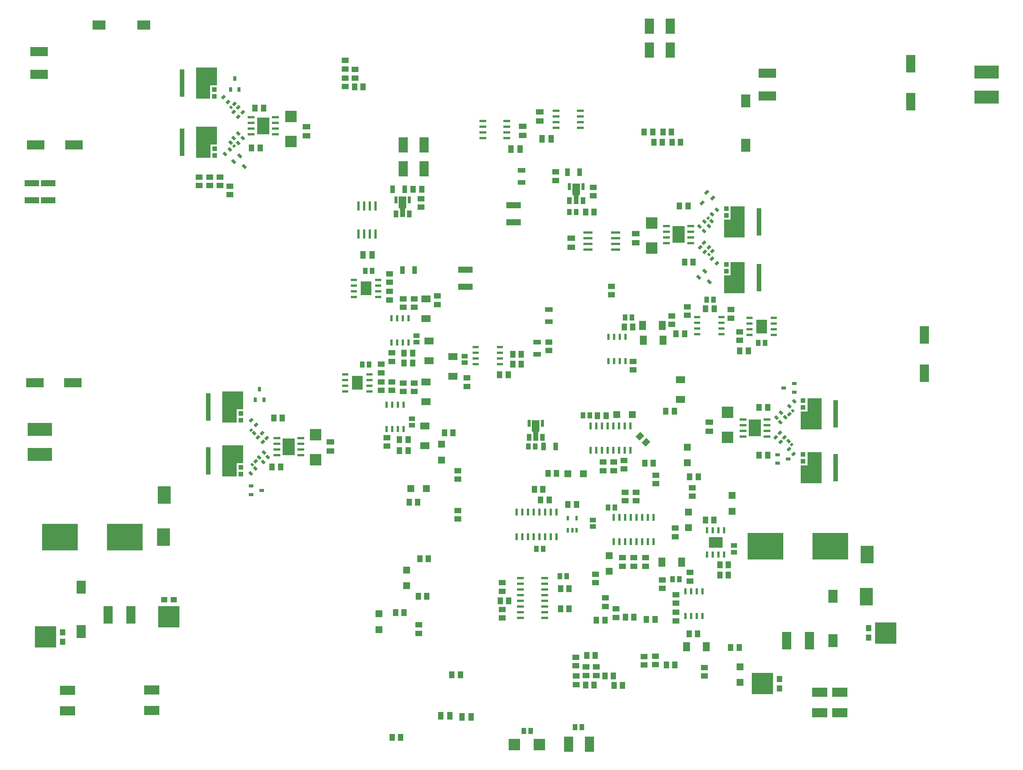
<source format=gtp>
G04 Layer_Color=8421504*
%FSLAX25Y25*%
%MOIN*%
G70*
G01*
G75*
%ADD10R,0.05118X0.05905*%
G04:AMPARAMS|DCode=11|XSize=51.18mil|YSize=59.05mil|CornerRadius=0mil|HoleSize=0mil|Usage=FLASHONLY|Rotation=135.000|XOffset=0mil|YOffset=0mil|HoleType=Round|Shape=Rectangle|*
%AMROTATEDRECTD11*
4,1,4,0.03897,0.00278,-0.00278,-0.03897,-0.03897,-0.00278,0.00278,0.03897,0.03897,0.00278,0.0*
%
%ADD11ROTATEDRECTD11*%

%ADD12R,0.05905X0.05118*%
%ADD13R,0.05905X0.05905*%
%ADD14R,0.04331X0.05512*%
%ADD15R,0.02362X0.06102*%
%ADD16R,0.05905X0.05905*%
%ADD17R,0.05512X0.04331*%
%ADD18R,0.02362X0.03937*%
%ADD19R,0.07874X0.06299*%
%ADD20R,0.05709X0.02362*%
%ADD21R,0.06693X0.04331*%
%ADD22R,0.02362X0.05709*%
%ADD23R,0.06299X0.07874*%
%ADD24R,0.09567X0.12480*%
%ADD25R,0.12480X0.09567*%
%ADD26R,0.12992X0.05512*%
%ADD27R,0.15748X0.07874*%
%ADD28R,0.07874X0.13386*%
%ADD29R,0.13386X0.07874*%
G04:AMPARAMS|DCode=30|XSize=35.43mil|YSize=27.56mil|CornerRadius=0mil|HoleSize=0mil|Usage=FLASHONLY|Rotation=45.000|XOffset=0mil|YOffset=0mil|HoleType=Round|Shape=Rectangle|*
%AMROTATEDRECTD30*
4,1,4,-0.00278,-0.02227,-0.02227,-0.00278,0.00278,0.02227,0.02227,0.00278,-0.00278,-0.02227,0.0*
%
%ADD30ROTATEDRECTD30*%

G04:AMPARAMS|DCode=31|XSize=37.4mil|YSize=27.56mil|CornerRadius=0mil|HoleSize=0mil|Usage=FLASHONLY|Rotation=225.000|XOffset=0mil|YOffset=0mil|HoleType=Round|Shape=Rectangle|*
%AMROTATEDRECTD31*
4,1,4,0.00348,0.02297,0.02297,0.00348,-0.00348,-0.02297,-0.02297,-0.00348,0.00348,0.02297,0.0*
%
%ADD31ROTATEDRECTD31*%

G04:AMPARAMS|DCode=32|XSize=21.65mil|YSize=27.56mil|CornerRadius=0mil|HoleSize=0mil|Usage=FLASHONLY|Rotation=225.000|XOffset=0mil|YOffset=0mil|HoleType=Round|Shape=Rectangle|*
%AMROTATEDRECTD32*
4,1,4,-0.00209,0.01740,0.01740,-0.00209,0.00209,-0.01740,-0.01740,0.00209,-0.00209,0.01740,0.0*
%
%ADD32ROTATEDRECTD32*%

%ADD33R,0.06693X0.05118*%
%ADD34R,0.05118X0.06693*%
%ADD35R,0.09842X0.09842*%
G04:AMPARAMS|DCode=36|XSize=35.43mil|YSize=27.56mil|CornerRadius=0mil|HoleSize=0mil|Usage=FLASHONLY|Rotation=315.000|XOffset=0mil|YOffset=0mil|HoleType=Round|Shape=Rectangle|*
%AMROTATEDRECTD36*
4,1,4,-0.02227,0.00278,-0.00278,0.02227,0.02227,-0.00278,0.00278,-0.02227,-0.02227,0.00278,0.0*
%
%ADD36ROTATEDRECTD36*%

%ADD37R,0.04331X0.06693*%
%ADD38R,0.05512X0.05000*%
%ADD39R,0.18898X0.18583*%
%ADD40R,0.05000X0.05512*%
%ADD41R,0.18583X0.18898*%
G04:AMPARAMS|DCode=42|XSize=37.4mil|YSize=27.56mil|CornerRadius=0mil|HoleSize=0mil|Usage=FLASHONLY|Rotation=135.000|XOffset=0mil|YOffset=0mil|HoleType=Round|Shape=Rectangle|*
%AMROTATEDRECTD42*
4,1,4,0.02297,-0.00348,0.00348,-0.02297,-0.02297,0.00348,-0.00348,0.02297,0.02297,-0.00348,0.0*
%
%ADD42ROTATEDRECTD42*%

G04:AMPARAMS|DCode=43|XSize=21.65mil|YSize=27.56mil|CornerRadius=0mil|HoleSize=0mil|Usage=FLASHONLY|Rotation=135.000|XOffset=0mil|YOffset=0mil|HoleType=Round|Shape=Rectangle|*
%AMROTATEDRECTD43*
4,1,4,0.01740,0.00209,-0.00209,-0.01740,-0.01740,-0.00209,0.00209,0.01740,0.01740,0.00209,0.0*
%
%ADD43ROTATEDRECTD43*%

%ADD44R,0.06102X0.02362*%
%ADD45R,0.10787X0.14961*%
%ADD46R,0.07874X0.11811*%
%ADD47R,0.11811X0.07874*%
%ADD48R,0.03937X0.05905*%
%ADD49R,0.02756X0.05905*%
%ADD50R,0.31496X0.23622*%
%ADD51R,0.07874X0.15748*%
%ADD52R,0.11811X0.15748*%
%ADD53R,0.21654X0.11811*%
%ADD54R,0.09842X0.09842*%
%ADD55R,0.04331X0.04331*%
%ADD56R,0.04331X0.24016*%
%ADD57R,0.06102X0.02362*%
%ADD58R,0.02559X0.03937*%
%ADD59R,0.03937X0.02559*%
G04:AMPARAMS|DCode=60|XSize=25.59mil|YSize=39.37mil|CornerRadius=0mil|HoleSize=0mil|Usage=FLASHONLY|Rotation=45.000|XOffset=0mil|YOffset=0mil|HoleType=Round|Shape=Rectangle|*
%AMROTATEDRECTD60*
4,1,4,0.00487,-0.02297,-0.02297,0.00487,-0.00487,0.02297,0.02297,-0.00487,0.00487,-0.02297,0.0*
%
%ADD60ROTATEDRECTD60*%

%ADD61R,0.01968X0.07874*%
G04:AMPARAMS|DCode=62|XSize=25.59mil|YSize=39.37mil|CornerRadius=0mil|HoleSize=0mil|Usage=FLASHONLY|Rotation=315.000|XOffset=0mil|YOffset=0mil|HoleType=Round|Shape=Rectangle|*
%AMROTATEDRECTD62*
4,1,4,-0.02297,-0.00487,0.00487,0.02297,0.02297,0.00487,-0.00487,-0.02297,-0.02297,-0.00487,0.0*
%
%ADD62ROTATEDRECTD62*%

%ADD63R,0.07874X0.01968*%
G36*
X1525728Y2769433D02*
X1519823D01*
Y2757622D01*
X1507421D01*
Y2784984D01*
X1525728D01*
Y2769433D01*
D02*
G37*
G36*
X1525839Y2717433D02*
X1519933D01*
Y2705622D01*
X1507532D01*
Y2732984D01*
X1525839D01*
Y2717433D01*
D02*
G37*
G36*
X1844748Y2673532D02*
X1843468Y2672252D01*
Y2665067D01*
X1839335D01*
X1839335Y2672252D01*
X1838055Y2673532D01*
Y2683177D01*
X1844748D01*
Y2673532D01*
D02*
G37*
G36*
X1692248Y2662032D02*
X1690969Y2660752D01*
Y2653567D01*
X1686835D01*
X1686835Y2660752D01*
X1685555Y2662032D01*
Y2671677D01*
X1692248D01*
Y2662032D01*
D02*
G37*
G36*
X1989579Y2635819D02*
X1971272D01*
Y2651370D01*
X1977177D01*
Y2663181D01*
X1989579D01*
Y2635819D01*
D02*
G37*
G36*
Y2586819D02*
X1971272D01*
Y2602370D01*
X1977177D01*
Y2614181D01*
X1989579D01*
Y2586819D01*
D02*
G37*
G36*
X1548839Y2484720D02*
X1542933D01*
Y2472909D01*
X1530532D01*
Y2500272D01*
X1548839D01*
Y2484720D01*
D02*
G37*
G36*
X2057079Y2467016D02*
X2038772D01*
Y2482567D01*
X2044677D01*
Y2494378D01*
X2057079D01*
Y2467016D01*
D02*
G37*
G36*
X1809248Y2465532D02*
X1807969Y2464252D01*
Y2457067D01*
X1803835D01*
X1803835Y2464252D01*
X1802555Y2465532D01*
Y2475177D01*
X1809248D01*
Y2465532D01*
D02*
G37*
G36*
X1548839Y2437433D02*
X1542933D01*
Y2425622D01*
X1530532D01*
Y2452984D01*
X1548839D01*
Y2437433D01*
D02*
G37*
G36*
X2057079Y2419819D02*
X2038772D01*
Y2435370D01*
X2044677D01*
Y2447181D01*
X2057079D01*
Y2419819D01*
D02*
G37*
D10*
X1977260Y2275500D02*
D03*
X1984740D02*
D03*
X1860260Y2479000D02*
D03*
X1867740D02*
D03*
X1816760Y2428500D02*
D03*
X1824240D02*
D03*
X1901760Y2437500D02*
D03*
X1909240D02*
D03*
X1948740Y2425500D02*
D03*
X1941260D02*
D03*
X1955020Y2387500D02*
D03*
X1962500D02*
D03*
X1694760Y2403000D02*
D03*
X1702240D02*
D03*
X1702760Y2320500D02*
D03*
X1710240D02*
D03*
X1690240Y2306000D02*
D03*
X1682760D02*
D03*
X1835240Y2327000D02*
D03*
X1827760D02*
D03*
X1835240Y2309500D02*
D03*
X1827760D02*
D03*
X1782240Y2316500D02*
D03*
X1774760D02*
D03*
X1841740Y2401000D02*
D03*
X1834260D02*
D03*
X1804760Y2414500D02*
D03*
X1812240D02*
D03*
X1810260Y2405000D02*
D03*
X1817740D02*
D03*
X1882240Y2242000D02*
D03*
X1874760D02*
D03*
X1774260Y2515000D02*
D03*
X1781740D02*
D03*
X1785760Y2524500D02*
D03*
X1793240D02*
D03*
X1785760Y2533000D02*
D03*
X1793240D02*
D03*
X1654240Y2768000D02*
D03*
X1646760D02*
D03*
X1927740Y2483000D02*
D03*
X1920260D02*
D03*
X1883760Y2557000D02*
D03*
X1891240D02*
D03*
X1901260Y2728500D02*
D03*
X1908740D02*
D03*
X1909760Y2719500D02*
D03*
X1917240D02*
D03*
X1917760Y2728500D02*
D03*
X1925240D02*
D03*
X1925760Y2719500D02*
D03*
X1933240D02*
D03*
X1929260Y2551000D02*
D03*
X1936740D02*
D03*
X1955260Y2573000D02*
D03*
X1962740D02*
D03*
X1992740Y2536000D02*
D03*
X1985260D02*
D03*
X1940760Y2287500D02*
D03*
X1948240D02*
D03*
X1975240Y2339000D02*
D03*
X1967760D02*
D03*
X1967760Y2348000D02*
D03*
X1975240D02*
D03*
X1874240Y2250500D02*
D03*
X1866760D02*
D03*
X1858240Y2268500D02*
D03*
X1850760D02*
D03*
X1936638Y2614000D02*
D03*
X1944118D02*
D03*
X1566652Y2749412D02*
D03*
X1559172D02*
D03*
X1556260Y2714500D02*
D03*
X1563740D02*
D03*
X1892240Y2302000D02*
D03*
X1884760D02*
D03*
X2002260Y2486500D02*
D03*
X2009740D02*
D03*
X1581740Y2434000D02*
D03*
X1574260D02*
D03*
X1583240Y2477000D02*
D03*
X1575760D02*
D03*
X1932138Y2663500D02*
D03*
X1939618D02*
D03*
X2002260Y2444500D02*
D03*
X2009740D02*
D03*
X1711480Y2353500D02*
D03*
X1704000D02*
D03*
X1725760Y2464000D02*
D03*
X1733240D02*
D03*
X1679760Y2196500D02*
D03*
X1687240D02*
D03*
X1739740Y2251500D02*
D03*
X1732260D02*
D03*
X1698260Y2678000D02*
D03*
X1705740D02*
D03*
X1857240Y2658000D02*
D03*
X1849760D02*
D03*
X1857240Y2242500D02*
D03*
X1849760D02*
D03*
X1903260Y2300000D02*
D03*
X1910740D02*
D03*
X1928240Y2260000D02*
D03*
X1920760D02*
D03*
X1866740Y2299500D02*
D03*
X1859260D02*
D03*
X1693740Y2458000D02*
D03*
X1686260D02*
D03*
X1693740Y2448500D02*
D03*
X1686260D02*
D03*
X1697740Y2534000D02*
D03*
X1690260D02*
D03*
X1697740Y2525500D02*
D03*
X1690260D02*
D03*
D11*
X1902645Y2455855D02*
D03*
X1897355Y2461145D02*
D03*
D12*
X1719500Y2576760D02*
D03*
Y2584240D02*
D03*
X1865000Y2438240D02*
D03*
Y2430760D02*
D03*
X1883500Y2439740D02*
D03*
Y2432260D02*
D03*
X1874500Y2438240D02*
D03*
Y2430760D02*
D03*
X1911500Y2426740D02*
D03*
Y2419260D02*
D03*
X1894000Y2411740D02*
D03*
Y2404260D02*
D03*
X1858500Y2332260D02*
D03*
Y2339740D02*
D03*
X1954000Y2250260D02*
D03*
Y2257740D02*
D03*
X1884500Y2411740D02*
D03*
Y2404260D02*
D03*
X1892000Y2354240D02*
D03*
Y2346760D02*
D03*
X1902500Y2354240D02*
D03*
Y2346760D02*
D03*
X1882000Y2354240D02*
D03*
Y2346760D02*
D03*
X1737500Y2395740D02*
D03*
Y2388260D02*
D03*
Y2430740D02*
D03*
Y2423260D02*
D03*
X1703000Y2287760D02*
D03*
Y2295240D02*
D03*
X1776500Y2324760D02*
D03*
Y2332240D02*
D03*
Y2308740D02*
D03*
Y2301260D02*
D03*
X1943500Y2415740D02*
D03*
Y2408260D02*
D03*
X1928500Y2380240D02*
D03*
Y2372760D02*
D03*
X1745500Y2504760D02*
D03*
Y2512240D02*
D03*
X1817500Y2536260D02*
D03*
Y2543740D02*
D03*
X1528500Y2681260D02*
D03*
Y2688740D02*
D03*
X1519500Y2688740D02*
D03*
Y2681260D02*
D03*
X1510000Y2681260D02*
D03*
Y2688740D02*
D03*
X1647000Y2775760D02*
D03*
Y2783240D02*
D03*
X1638500Y2768260D02*
D03*
Y2775740D02*
D03*
Y2783760D02*
D03*
Y2791240D02*
D03*
X1891500Y2519260D02*
D03*
Y2526740D02*
D03*
X1872500Y2585260D02*
D03*
Y2592740D02*
D03*
X1925500Y2559260D02*
D03*
Y2566740D02*
D03*
X1977500Y2572240D02*
D03*
Y2564760D02*
D03*
X1939000Y2567260D02*
D03*
Y2574740D02*
D03*
X1985000Y2552740D02*
D03*
Y2545260D02*
D03*
X1917000Y2334740D02*
D03*
Y2327260D02*
D03*
X1929000Y2298760D02*
D03*
Y2306240D02*
D03*
X1941500Y2341240D02*
D03*
Y2333760D02*
D03*
X1929000Y2314260D02*
D03*
Y2321740D02*
D03*
X1823500Y2685760D02*
D03*
Y2693240D02*
D03*
X1859000Y2250760D02*
D03*
Y2258240D02*
D03*
X1841000Y2259260D02*
D03*
Y2266740D02*
D03*
X1876500Y2309240D02*
D03*
Y2301760D02*
D03*
X1537000Y2673260D02*
D03*
Y2680740D02*
D03*
X1705000Y2669740D02*
D03*
Y2662260D02*
D03*
X1856500Y2672260D02*
D03*
Y2679740D02*
D03*
X1841500Y2242760D02*
D03*
Y2250240D02*
D03*
X1850000Y2250760D02*
D03*
Y2258240D02*
D03*
X1901000Y2260000D02*
D03*
Y2267480D02*
D03*
X1911000Y2260260D02*
D03*
Y2267740D02*
D03*
X1867000Y2318980D02*
D03*
Y2311500D02*
D03*
X1670000Y2516760D02*
D03*
Y2524240D02*
D03*
Y2501260D02*
D03*
Y2508740D02*
D03*
X1689500Y2500260D02*
D03*
Y2507740D02*
D03*
X1675000Y2459740D02*
D03*
Y2452260D02*
D03*
X1699000Y2507740D02*
D03*
Y2500260D02*
D03*
X1679500Y2501260D02*
D03*
Y2508740D02*
D03*
X1677500Y2596260D02*
D03*
Y2603740D02*
D03*
Y2580760D02*
D03*
Y2588240D02*
D03*
X1699000Y2581740D02*
D03*
Y2574260D02*
D03*
X1689500Y2574260D02*
D03*
Y2581740D02*
D03*
X1679500Y2534240D02*
D03*
Y2526760D02*
D03*
D13*
X1847890Y2428000D02*
D03*
X1834110D02*
D03*
X1709890Y2415000D02*
D03*
X1696110D02*
D03*
X1890890Y2480000D02*
D03*
X1877110D02*
D03*
D14*
X1853453Y2479500D02*
D03*
X1847547D02*
D03*
X1875453Y2398500D02*
D03*
X1869547D02*
D03*
X1812453Y2362000D02*
D03*
X1806547D02*
D03*
X1890453Y2565500D02*
D03*
X1884547D02*
D03*
X1961953Y2581000D02*
D03*
X1956047D02*
D03*
X2001547Y2543000D02*
D03*
X2007453D02*
D03*
X1926047Y2335500D02*
D03*
X1931953D02*
D03*
X1835547Y2658000D02*
D03*
X1841453D02*
D03*
X1795547Y2202000D02*
D03*
X1801453D02*
D03*
X1805453Y2452000D02*
D03*
X1799547D02*
D03*
X1840547Y2205500D02*
D03*
X1846453D02*
D03*
X1827047Y2338000D02*
D03*
X1832953D02*
D03*
X1659453Y2524000D02*
D03*
X1653547D02*
D03*
X1661953Y2606500D02*
D03*
X1656047D02*
D03*
D15*
X1854000Y2448543D02*
D03*
X1859000D02*
D03*
X1864000D02*
D03*
X1869000D02*
D03*
X1874000D02*
D03*
X1879000D02*
D03*
X1884000D02*
D03*
X1889000D02*
D03*
X1854000Y2470000D02*
D03*
X1859000D02*
D03*
X1864000D02*
D03*
X1869000D02*
D03*
X1874000D02*
D03*
X1879000D02*
D03*
X1884000D02*
D03*
X1889000D02*
D03*
X1874500Y2368272D02*
D03*
X1879500D02*
D03*
X1884500D02*
D03*
X1889500D02*
D03*
X1894500D02*
D03*
X1899500D02*
D03*
X1904500D02*
D03*
X1909500D02*
D03*
X1874500Y2389728D02*
D03*
X1879500D02*
D03*
X1884500D02*
D03*
X1889500D02*
D03*
X1894500D02*
D03*
X1899500D02*
D03*
X1904500D02*
D03*
X1909500D02*
D03*
X1824000Y2394228D02*
D03*
X1819000D02*
D03*
X1814000D02*
D03*
X1809000D02*
D03*
X1804000D02*
D03*
X1799000D02*
D03*
X1794000D02*
D03*
X1789000D02*
D03*
X1824000Y2372772D02*
D03*
X1819000D02*
D03*
X1814000D02*
D03*
X1809000D02*
D03*
X1804000D02*
D03*
X1799000D02*
D03*
X1794000D02*
D03*
X1789000D02*
D03*
D16*
X1939000Y2437610D02*
D03*
Y2451390D02*
D03*
X1978500Y2408890D02*
D03*
Y2395110D02*
D03*
X1870500Y2356000D02*
D03*
Y2342220D02*
D03*
X1985500Y2244610D02*
D03*
Y2258390D02*
D03*
X1723000Y2440110D02*
D03*
Y2453890D02*
D03*
X1692500Y2329610D02*
D03*
Y2343390D02*
D03*
X1668000Y2291110D02*
D03*
Y2304890D02*
D03*
X1940000Y2380610D02*
D03*
Y2394390D02*
D03*
D17*
X1856000Y2387453D02*
D03*
Y2381547D02*
D03*
X1743500Y2525547D02*
D03*
Y2531453D02*
D03*
X1980000Y2359047D02*
D03*
Y2364953D02*
D03*
X1697000Y2470547D02*
D03*
Y2476453D02*
D03*
X1701000Y2543547D02*
D03*
Y2549453D02*
D03*
D18*
X1834260Y2378288D02*
D03*
X1838000D02*
D03*
X1841740D02*
D03*
Y2389115D02*
D03*
X1834260D02*
D03*
D19*
X1733000Y2513839D02*
D03*
Y2531161D02*
D03*
X1933000Y2493339D02*
D03*
Y2510661D02*
D03*
X1708500Y2452677D02*
D03*
Y2470000D02*
D03*
X1709500Y2581661D02*
D03*
Y2564339D02*
D03*
Y2508661D02*
D03*
Y2491339D02*
D03*
X1712000Y2527339D02*
D03*
Y2544661D02*
D03*
D20*
X1753043Y2539500D02*
D03*
Y2534500D02*
D03*
Y2529500D02*
D03*
Y2524500D02*
D03*
X1774500Y2539500D02*
D03*
Y2534500D02*
D03*
Y2529500D02*
D03*
Y2524500D02*
D03*
X1969130Y2550598D02*
D03*
Y2555598D02*
D03*
Y2560598D02*
D03*
Y2565598D02*
D03*
X1947673Y2550598D02*
D03*
Y2555598D02*
D03*
Y2560598D02*
D03*
Y2565598D02*
D03*
X2015228Y2550000D02*
D03*
Y2555000D02*
D03*
Y2560000D02*
D03*
Y2565000D02*
D03*
X1993772Y2550000D02*
D03*
Y2555000D02*
D03*
Y2560000D02*
D03*
Y2565000D02*
D03*
X1638272Y2515500D02*
D03*
Y2510500D02*
D03*
Y2505500D02*
D03*
Y2500500D02*
D03*
X1659728Y2515500D02*
D03*
Y2510500D02*
D03*
Y2505500D02*
D03*
Y2500500D02*
D03*
X1646043Y2598500D02*
D03*
Y2593500D02*
D03*
Y2588500D02*
D03*
Y2583500D02*
D03*
X1667500Y2598500D02*
D03*
Y2593500D02*
D03*
Y2588500D02*
D03*
Y2583500D02*
D03*
D21*
X1817500Y2561685D02*
D03*
Y2572315D02*
D03*
X1807000Y2533185D02*
D03*
Y2543815D02*
D03*
X1793500Y2684185D02*
D03*
Y2694815D02*
D03*
D22*
X1869598Y2526870D02*
D03*
X1874598D02*
D03*
X1879598D02*
D03*
X1884598D02*
D03*
X1869598Y2548327D02*
D03*
X1874598D02*
D03*
X1879598D02*
D03*
X1884598D02*
D03*
X1952402Y2324630D02*
D03*
X1947402D02*
D03*
X1942402D02*
D03*
X1937402D02*
D03*
X1952402Y2303173D02*
D03*
X1947402D02*
D03*
X1942402D02*
D03*
X1937402D02*
D03*
X1971500Y2378500D02*
D03*
X1966500D02*
D03*
X1961500D02*
D03*
X1956500D02*
D03*
X1971500Y2357043D02*
D03*
X1966500D02*
D03*
X1961500D02*
D03*
X1956500D02*
D03*
X1674598Y2467370D02*
D03*
X1679598D02*
D03*
X1684598D02*
D03*
X1689598D02*
D03*
X1674598Y2488827D02*
D03*
X1679598D02*
D03*
X1684598D02*
D03*
X1689598D02*
D03*
X1679098Y2543370D02*
D03*
X1684098D02*
D03*
X1689098D02*
D03*
X1694098D02*
D03*
X1679098Y2564827D02*
D03*
X1684098D02*
D03*
X1689098D02*
D03*
X1694098D02*
D03*
D23*
X1917661Y2545500D02*
D03*
X1900339D02*
D03*
X1917161Y2558500D02*
D03*
X1899839D02*
D03*
X1916839Y2350500D02*
D03*
X1934161D02*
D03*
X1938339Y2276000D02*
D03*
X1955661D02*
D03*
D24*
X2004500Y2557500D02*
D03*
X1649000Y2508000D02*
D03*
X1656772Y2591000D02*
D03*
D25*
X1964000Y2367772D02*
D03*
D26*
X1744000Y2607480D02*
D03*
Y2592520D02*
D03*
X1377500Y2683480D02*
D03*
Y2668520D02*
D03*
X1363000Y2683480D02*
D03*
Y2668520D02*
D03*
X1786500Y2649020D02*
D03*
Y2663980D02*
D03*
D27*
X1369500Y2799000D02*
D03*
Y2779000D02*
D03*
X1366500Y2717000D02*
D03*
X1400000D02*
D03*
X1399200Y2508000D02*
D03*
X1365700D02*
D03*
X2009500Y2760000D02*
D03*
Y2780000D02*
D03*
D28*
X1852958Y2190500D02*
D03*
X1834848D02*
D03*
X1905848Y2821500D02*
D03*
X1923958D02*
D03*
X1905848Y2800500D02*
D03*
X1923958D02*
D03*
X1707652Y2696000D02*
D03*
X1689542D02*
D03*
X1707652Y2717000D02*
D03*
X1689542D02*
D03*
D29*
X2055500Y2236152D02*
D03*
Y2218042D02*
D03*
X2073000Y2236152D02*
D03*
Y2218042D02*
D03*
X1394500Y2237652D02*
D03*
Y2219542D02*
D03*
X1468500Y2238152D02*
D03*
Y2220042D02*
D03*
D30*
X1953790Y2631088D02*
D03*
X1957966Y2626912D02*
D03*
X1950290Y2627088D02*
D03*
X1954466Y2622912D02*
D03*
X1960790Y2617088D02*
D03*
X1964966Y2612912D02*
D03*
X1535500Y2754824D02*
D03*
X1531324Y2759000D02*
D03*
X1544500Y2741824D02*
D03*
X1540324Y2746000D02*
D03*
X1548500Y2745824D02*
D03*
X1544324Y2750000D02*
D03*
X1569588Y2459412D02*
D03*
X1565412Y2463588D02*
D03*
X2016912Y2460088D02*
D03*
X2021088Y2455912D02*
D03*
X2032588Y2445412D02*
D03*
X2028412Y2449588D02*
D03*
X2024588Y2459912D02*
D03*
X2020412Y2464088D02*
D03*
X1555912Y2475088D02*
D03*
X1560088Y2470912D02*
D03*
X1566088Y2455912D02*
D03*
X1561912Y2460088D02*
D03*
D31*
X1960992Y2623556D02*
D03*
X1541026Y2752968D02*
D03*
X2028886Y2480444D02*
D03*
X1559614Y2439056D02*
D03*
D32*
X1958069Y2620634D02*
D03*
X1538104Y2750046D02*
D03*
X2031808Y2483366D02*
D03*
X1556692Y2436134D02*
D03*
D33*
X1794500Y2725500D02*
D03*
Y2733500D02*
D03*
X1893878Y2631000D02*
D03*
Y2639000D02*
D03*
X1809500Y2746000D02*
D03*
Y2738000D02*
D03*
X1625500Y2456000D02*
D03*
Y2448000D02*
D03*
X1837000Y2635000D02*
D03*
Y2627000D02*
D03*
X1604412Y2732912D02*
D03*
Y2724912D02*
D03*
X1958500Y2465500D02*
D03*
Y2473500D02*
D03*
D34*
X1792000Y2713500D02*
D03*
X1784000D02*
D03*
X1811500Y2722500D02*
D03*
X1819500D02*
D03*
X1749000Y2214500D02*
D03*
X1741000D02*
D03*
X1730500Y2215500D02*
D03*
X1722500D02*
D03*
X1654000Y2620500D02*
D03*
X1662000D02*
D03*
D35*
X1612500Y2462500D02*
D03*
Y2440500D02*
D03*
X1590912Y2741912D02*
D03*
Y2719912D02*
D03*
X1974500Y2460000D02*
D03*
Y2482000D02*
D03*
X1907878Y2626500D02*
D03*
Y2648500D02*
D03*
D36*
X1548500Y2723000D02*
D03*
X1544324Y2718824D02*
D03*
X1949790Y2645412D02*
D03*
X1953966Y2649588D02*
D03*
X2028912Y2487412D02*
D03*
X2033088Y2491588D02*
D03*
X2017412Y2477412D02*
D03*
X2021588Y2481588D02*
D03*
X2020912Y2473412D02*
D03*
X2025088Y2477588D02*
D03*
X1567088Y2446588D02*
D03*
X1562912Y2442412D02*
D03*
X1570588Y2442588D02*
D03*
X1566412Y2438412D02*
D03*
X1559588Y2432588D02*
D03*
X1555412Y2428412D02*
D03*
X1540412Y2722912D02*
D03*
X1544588Y2727088D02*
D03*
X1957966Y2645588D02*
D03*
X1953790Y2641412D02*
D03*
X1532912Y2708912D02*
D03*
X1537088Y2713088D02*
D03*
X1964966Y2660088D02*
D03*
X1960790Y2655912D02*
D03*
D37*
X1844315Y2693000D02*
D03*
X1833685D02*
D03*
X1823315Y2452000D02*
D03*
X1812685D02*
D03*
X1690815Y2678000D02*
D03*
X1680185D02*
D03*
X1699315Y2607000D02*
D03*
X1688685D02*
D03*
D38*
X1479366Y2317461D02*
D03*
X1487634D02*
D03*
D39*
X1483500Y2302500D02*
D03*
D40*
X1390000Y2288768D02*
D03*
Y2280500D02*
D03*
X2020000Y2239500D02*
D03*
Y2247768D02*
D03*
X2098500Y2292268D02*
D03*
Y2284000D02*
D03*
D41*
X1375039Y2284634D02*
D03*
X2005039Y2243634D02*
D03*
X2113461Y2288134D02*
D03*
D42*
X1558556Y2463535D02*
D03*
X1537856Y2719026D02*
D03*
X2027944Y2456614D02*
D03*
X1960434Y2649886D02*
D03*
D43*
X1555634Y2466458D02*
D03*
X1540778Y2716104D02*
D03*
X2030866Y2453692D02*
D03*
X1957512Y2652808D02*
D03*
D44*
X1987961Y2475693D02*
D03*
Y2470673D02*
D03*
Y2465653D02*
D03*
Y2460634D02*
D03*
X2009221D02*
D03*
Y2465653D02*
D03*
Y2470673D02*
D03*
Y2475693D02*
D03*
X1599539Y2444307D02*
D03*
Y2449327D02*
D03*
Y2454346D02*
D03*
Y2459366D02*
D03*
X1578279D02*
D03*
Y2454346D02*
D03*
Y2449327D02*
D03*
Y2444307D02*
D03*
X1823925Y2732043D02*
D03*
Y2737063D02*
D03*
Y2742083D02*
D03*
Y2747102D02*
D03*
X1845185D02*
D03*
Y2742083D02*
D03*
Y2737063D02*
D03*
Y2732043D02*
D03*
X1759315Y2737957D02*
D03*
Y2732937D02*
D03*
Y2727917D02*
D03*
Y2722898D02*
D03*
X1780575D02*
D03*
Y2727917D02*
D03*
Y2732937D02*
D03*
Y2737957D02*
D03*
X1576951Y2726219D02*
D03*
Y2731239D02*
D03*
Y2736259D02*
D03*
Y2741278D02*
D03*
X1555692D02*
D03*
Y2736259D02*
D03*
Y2731239D02*
D03*
Y2726219D02*
D03*
X1920839Y2645693D02*
D03*
Y2640673D02*
D03*
Y2635653D02*
D03*
Y2630634D02*
D03*
X1942098D02*
D03*
Y2635653D02*
D03*
Y2640673D02*
D03*
Y2645693D02*
D03*
D45*
X1998591Y2468311D02*
D03*
X1588909Y2451689D02*
D03*
X1566321Y2733601D02*
D03*
X1931468Y2638311D02*
D03*
D46*
X1406500Y2328402D02*
D03*
Y2289216D02*
D03*
X1990500Y2716598D02*
D03*
Y2755783D02*
D03*
X2067000Y2320402D02*
D03*
Y2281216D02*
D03*
D47*
X1461402Y2822500D02*
D03*
X1422217D02*
D03*
D48*
X1682996Y2656520D02*
D03*
X1694807D02*
D03*
X1688508Y2667937D02*
D03*
X1799996Y2460020D02*
D03*
X1811807D02*
D03*
X1805508Y2471437D02*
D03*
X1835496Y2668020D02*
D03*
X1847307D02*
D03*
X1841008Y2679437D02*
D03*
D49*
X1682996Y2668724D02*
D03*
X1694807D02*
D03*
X1799996Y2472224D02*
D03*
X1811807D02*
D03*
X1835496Y2680224D02*
D03*
X1847307D02*
D03*
D50*
X2007756Y2364358D02*
D03*
X2064756D02*
D03*
X1387756Y2372358D02*
D03*
X1444756D02*
D03*
D51*
X2135500Y2755000D02*
D03*
Y2788500D02*
D03*
X2147500Y2550000D02*
D03*
Y2516500D02*
D03*
X2046500Y2281500D02*
D03*
X2026500D02*
D03*
X2046500D02*
D03*
X2026500D02*
D03*
X1450000Y2304000D02*
D03*
X1430000D02*
D03*
D52*
X1478795Y2372346D02*
D03*
X1479295Y2409347D02*
D03*
X2096500Y2320000D02*
D03*
X2097000Y2357000D02*
D03*
D53*
X1370000Y2445000D02*
D03*
Y2467000D02*
D03*
X2202000Y2759000D02*
D03*
Y2781000D02*
D03*
D54*
X1787000Y2190000D02*
D03*
X1809000D02*
D03*
D55*
X2053624Y2480697D02*
D03*
X2040917Y2492232D02*
D03*
Y2486287D02*
D03*
X1986124Y2600500D02*
D03*
X1973417Y2612035D02*
D03*
Y2606091D02*
D03*
X1986124Y2649500D02*
D03*
X1973417Y2661035D02*
D03*
Y2655091D02*
D03*
X1510876Y2771303D02*
D03*
X1523583Y2759768D02*
D03*
Y2765713D02*
D03*
X1533986Y2439303D02*
D03*
X1546693Y2427768D02*
D03*
Y2433713D02*
D03*
X1533986Y2486591D02*
D03*
X1546693Y2475055D02*
D03*
Y2481000D02*
D03*
X2053624Y2433500D02*
D03*
X2040917Y2445035D02*
D03*
Y2439091D02*
D03*
X1510986Y2719303D02*
D03*
X1523693Y2707768D02*
D03*
Y2713713D02*
D03*
D56*
X2069500Y2480697D02*
D03*
X2002000Y2600500D02*
D03*
Y2649500D02*
D03*
X1495000Y2771303D02*
D03*
X1518110Y2439303D02*
D03*
Y2486591D02*
D03*
X2069500Y2433500D02*
D03*
X1495110Y2719303D02*
D03*
D57*
X1792272Y2336500D02*
D03*
Y2331500D02*
D03*
Y2326500D02*
D03*
Y2321500D02*
D03*
Y2316500D02*
D03*
Y2311500D02*
D03*
Y2306500D02*
D03*
Y2301500D02*
D03*
X1813728Y2336500D02*
D03*
Y2331500D02*
D03*
Y2326500D02*
D03*
Y2321500D02*
D03*
Y2316500D02*
D03*
Y2311500D02*
D03*
Y2306500D02*
D03*
Y2301500D02*
D03*
D58*
X1559520Y2493000D02*
D03*
X1567000D02*
D03*
X1563260Y2502449D02*
D03*
X1537760Y2765776D02*
D03*
X1545240D02*
D03*
X1541500Y2775224D02*
D03*
D59*
X1555776Y2417240D02*
D03*
Y2409760D02*
D03*
X1565224Y2413500D02*
D03*
X2018276Y2444740D02*
D03*
Y2437260D02*
D03*
X2027724Y2441000D02*
D03*
X2033224Y2499760D02*
D03*
Y2507240D02*
D03*
X2023776Y2503500D02*
D03*
D60*
X1545804Y2707485D02*
D03*
X1540515Y2702196D02*
D03*
X1549841Y2698159D02*
D03*
X1954304Y2605985D02*
D03*
X1949015Y2600696D02*
D03*
X1958341Y2596659D02*
D03*
D61*
X1650000Y2663205D02*
D03*
X1655000D02*
D03*
X1660000D02*
D03*
X1665000D02*
D03*
Y2638795D02*
D03*
X1660000D02*
D03*
X1655000D02*
D03*
X1650000D02*
D03*
D62*
X1961261Y2670196D02*
D03*
X1955972Y2675485D02*
D03*
X1951935Y2666159D02*
D03*
D63*
X1876205Y2640000D02*
D03*
Y2635000D02*
D03*
Y2630000D02*
D03*
Y2625000D02*
D03*
X1851795D02*
D03*
Y2630000D02*
D03*
Y2635000D02*
D03*
Y2640000D02*
D03*
M02*

</source>
